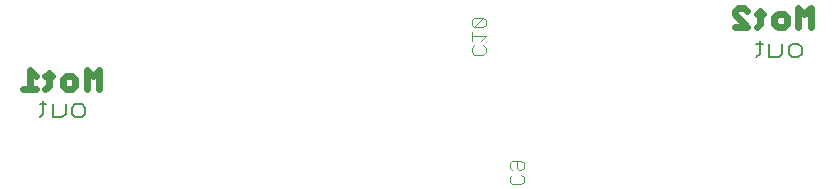
<source format=gbo>
G75*
%MOIN*%
%OFA0B0*%
%FSLAX24Y24*%
%IPPOS*%
%LPD*%
%AMOC8*
5,1,8,0,0,1.08239X$1,22.5*
%
%ADD10C,0.0240*%
%ADD11C,0.0060*%
%ADD12C,0.0040*%
D10*
X007689Y017936D02*
X008102Y017936D01*
X007895Y017936D02*
X007895Y018556D01*
X008102Y018350D01*
X008423Y018350D02*
X008630Y018350D01*
X008527Y018453D02*
X008527Y018039D01*
X008423Y017936D01*
X009008Y018039D02*
X009008Y018246D01*
X009112Y018350D01*
X009319Y018350D01*
X009422Y018246D01*
X009422Y018039D01*
X009319Y017936D01*
X009112Y017936D01*
X009008Y018039D01*
X009800Y017936D02*
X009800Y018556D01*
X010007Y018350D01*
X010214Y018556D01*
X010214Y017936D01*
X031402Y019998D02*
X031815Y019998D01*
X031402Y020411D01*
X031402Y020515D01*
X031505Y020618D01*
X031712Y020618D01*
X031815Y020515D01*
X032136Y020411D02*
X032343Y020411D01*
X032240Y020515D02*
X032240Y020101D01*
X032136Y019998D01*
X032721Y020101D02*
X032721Y020308D01*
X032825Y020411D01*
X033032Y020411D01*
X033135Y020308D01*
X033135Y020101D01*
X033032Y019998D01*
X032825Y019998D01*
X032721Y020101D01*
X033513Y019998D02*
X033513Y020618D01*
X033720Y020411D01*
X033927Y020618D01*
X033927Y019998D01*
D11*
X033519Y019420D02*
X033305Y019420D01*
X033198Y019313D01*
X033198Y019099D01*
X033305Y018993D01*
X033519Y018993D01*
X033626Y019099D01*
X033626Y019313D01*
X033519Y019420D01*
X032981Y019420D02*
X032981Y019099D01*
X032874Y018993D01*
X032554Y018993D01*
X032554Y019420D01*
X032336Y019420D02*
X032123Y019420D01*
X032230Y019526D02*
X032230Y019099D01*
X032123Y018993D01*
X009738Y017301D02*
X009738Y017087D01*
X009631Y016981D01*
X009417Y016981D01*
X009310Y017087D01*
X009310Y017301D01*
X009417Y017408D01*
X009631Y017408D01*
X009738Y017301D01*
X009093Y017408D02*
X009093Y017087D01*
X008986Y016981D01*
X008666Y016981D01*
X008666Y017408D01*
X008448Y017408D02*
X008235Y017408D01*
X008342Y017514D02*
X008342Y017087D01*
X008235Y016981D01*
D12*
X023898Y014836D02*
X023974Y014760D01*
X024281Y014760D01*
X024358Y014836D01*
X024358Y014990D01*
X024281Y015067D01*
X024281Y015220D02*
X024205Y015220D01*
X024128Y015297D01*
X024128Y015527D01*
X024281Y015527D02*
X024358Y015450D01*
X024358Y015297D01*
X024281Y015220D01*
X023974Y015220D02*
X023898Y015297D01*
X023898Y015450D01*
X023974Y015527D01*
X024281Y015527D01*
X023974Y015067D02*
X023898Y014990D01*
X023898Y014836D01*
X023018Y019068D02*
X022711Y019068D01*
X022634Y019144D01*
X022634Y019298D01*
X022711Y019374D01*
X022634Y019528D02*
X022634Y019835D01*
X022634Y019681D02*
X023094Y019681D01*
X022941Y019528D01*
X023018Y019374D02*
X023094Y019298D01*
X023094Y019144D01*
X023018Y019068D01*
X023018Y019988D02*
X022711Y019988D01*
X023018Y020295D01*
X022711Y020295D01*
X022634Y020219D01*
X022634Y020065D01*
X022711Y019988D01*
X023018Y019988D02*
X023094Y020065D01*
X023094Y020219D01*
X023018Y020295D01*
M02*

</source>
